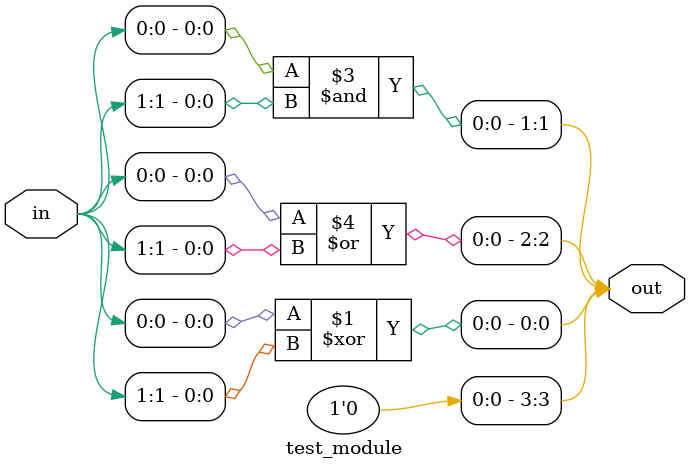
<source format=sv>
module test_module(
  input  logic [1:0] in,
  output logic [3:0] out
);

  // Continuous assignments to output bits
  assign out[0] = in[0] ^ in[1];
  assign out[3] = 1'h0;

  // Combinational always block with implicit sensitivity list
  always @* begin
    out[1] = in[0] & in[1];
    out[2] = in[0] | in[1];
  end

endmodule
</source>
